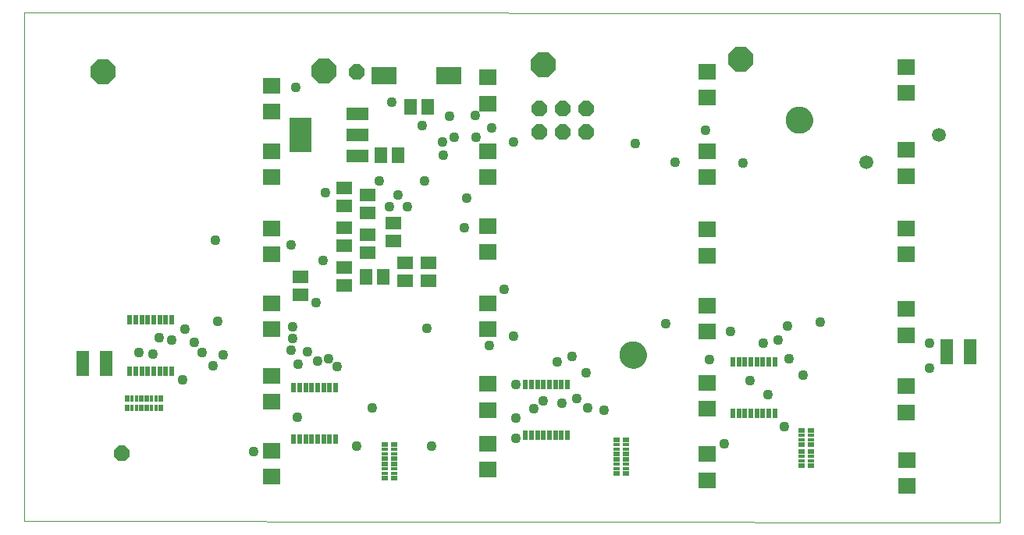
<source format=gts>
G75*
%MOIN*%
%OFA0B0*%
%FSLAX25Y25*%
%IPPOS*%
%LPD*%
%AMOC8*
5,1,8,0,0,1.08239X$1,22.5*
%
%ADD10C,0.00000*%
%ADD11R,0.05718X0.06506*%
%ADD12R,0.06506X0.05718*%
%ADD13OC8,0.06600*%
%ADD14R,0.07698X0.06899*%
%ADD15R,0.06899X0.05718*%
%ADD16R,0.01969X0.04331*%
%ADD17OC8,0.10600*%
%ADD18C,0.11624*%
%ADD19R,0.09400X0.05400*%
%ADD20R,0.09261X0.14773*%
%ADD21R,0.11033X0.07490*%
%ADD22R,0.05600X0.10600*%
%ADD23R,0.02569X0.02175*%
%ADD24R,0.02569X0.01781*%
%ADD25R,0.02175X0.02569*%
%ADD26R,0.01781X0.02569*%
%ADD27C,0.04362*%
%ADD28C,0.05915*%
D10*
X0001000Y0001500D02*
X0001000Y0218961D01*
X0417701Y0218461D01*
X0417701Y0001000D01*
X0001000Y0001500D01*
X0255488Y0072500D02*
X0255490Y0072648D01*
X0255496Y0072796D01*
X0255506Y0072944D01*
X0255520Y0073091D01*
X0255538Y0073238D01*
X0255559Y0073384D01*
X0255585Y0073530D01*
X0255615Y0073675D01*
X0255648Y0073819D01*
X0255686Y0073962D01*
X0255727Y0074104D01*
X0255772Y0074245D01*
X0255820Y0074385D01*
X0255873Y0074524D01*
X0255929Y0074661D01*
X0255989Y0074796D01*
X0256052Y0074930D01*
X0256119Y0075062D01*
X0256190Y0075192D01*
X0256264Y0075320D01*
X0256341Y0075446D01*
X0256422Y0075570D01*
X0256506Y0075692D01*
X0256593Y0075811D01*
X0256684Y0075928D01*
X0256778Y0076043D01*
X0256874Y0076155D01*
X0256974Y0076265D01*
X0257076Y0076371D01*
X0257182Y0076475D01*
X0257290Y0076576D01*
X0257401Y0076674D01*
X0257514Y0076770D01*
X0257630Y0076862D01*
X0257748Y0076951D01*
X0257869Y0077036D01*
X0257992Y0077119D01*
X0258117Y0077198D01*
X0258244Y0077274D01*
X0258373Y0077346D01*
X0258504Y0077415D01*
X0258637Y0077480D01*
X0258772Y0077541D01*
X0258908Y0077599D01*
X0259045Y0077654D01*
X0259184Y0077704D01*
X0259325Y0077751D01*
X0259466Y0077794D01*
X0259609Y0077834D01*
X0259753Y0077869D01*
X0259897Y0077901D01*
X0260043Y0077928D01*
X0260189Y0077952D01*
X0260336Y0077972D01*
X0260483Y0077988D01*
X0260630Y0078000D01*
X0260778Y0078008D01*
X0260926Y0078012D01*
X0261074Y0078012D01*
X0261222Y0078008D01*
X0261370Y0078000D01*
X0261517Y0077988D01*
X0261664Y0077972D01*
X0261811Y0077952D01*
X0261957Y0077928D01*
X0262103Y0077901D01*
X0262247Y0077869D01*
X0262391Y0077834D01*
X0262534Y0077794D01*
X0262675Y0077751D01*
X0262816Y0077704D01*
X0262955Y0077654D01*
X0263092Y0077599D01*
X0263228Y0077541D01*
X0263363Y0077480D01*
X0263496Y0077415D01*
X0263627Y0077346D01*
X0263756Y0077274D01*
X0263883Y0077198D01*
X0264008Y0077119D01*
X0264131Y0077036D01*
X0264252Y0076951D01*
X0264370Y0076862D01*
X0264486Y0076770D01*
X0264599Y0076674D01*
X0264710Y0076576D01*
X0264818Y0076475D01*
X0264924Y0076371D01*
X0265026Y0076265D01*
X0265126Y0076155D01*
X0265222Y0076043D01*
X0265316Y0075928D01*
X0265407Y0075811D01*
X0265494Y0075692D01*
X0265578Y0075570D01*
X0265659Y0075446D01*
X0265736Y0075320D01*
X0265810Y0075192D01*
X0265881Y0075062D01*
X0265948Y0074930D01*
X0266011Y0074796D01*
X0266071Y0074661D01*
X0266127Y0074524D01*
X0266180Y0074385D01*
X0266228Y0074245D01*
X0266273Y0074104D01*
X0266314Y0073962D01*
X0266352Y0073819D01*
X0266385Y0073675D01*
X0266415Y0073530D01*
X0266441Y0073384D01*
X0266462Y0073238D01*
X0266480Y0073091D01*
X0266494Y0072944D01*
X0266504Y0072796D01*
X0266510Y0072648D01*
X0266512Y0072500D01*
X0266510Y0072352D01*
X0266504Y0072204D01*
X0266494Y0072056D01*
X0266480Y0071909D01*
X0266462Y0071762D01*
X0266441Y0071616D01*
X0266415Y0071470D01*
X0266385Y0071325D01*
X0266352Y0071181D01*
X0266314Y0071038D01*
X0266273Y0070896D01*
X0266228Y0070755D01*
X0266180Y0070615D01*
X0266127Y0070476D01*
X0266071Y0070339D01*
X0266011Y0070204D01*
X0265948Y0070070D01*
X0265881Y0069938D01*
X0265810Y0069808D01*
X0265736Y0069680D01*
X0265659Y0069554D01*
X0265578Y0069430D01*
X0265494Y0069308D01*
X0265407Y0069189D01*
X0265316Y0069072D01*
X0265222Y0068957D01*
X0265126Y0068845D01*
X0265026Y0068735D01*
X0264924Y0068629D01*
X0264818Y0068525D01*
X0264710Y0068424D01*
X0264599Y0068326D01*
X0264486Y0068230D01*
X0264370Y0068138D01*
X0264252Y0068049D01*
X0264131Y0067964D01*
X0264008Y0067881D01*
X0263883Y0067802D01*
X0263756Y0067726D01*
X0263627Y0067654D01*
X0263496Y0067585D01*
X0263363Y0067520D01*
X0263228Y0067459D01*
X0263092Y0067401D01*
X0262955Y0067346D01*
X0262816Y0067296D01*
X0262675Y0067249D01*
X0262534Y0067206D01*
X0262391Y0067166D01*
X0262247Y0067131D01*
X0262103Y0067099D01*
X0261957Y0067072D01*
X0261811Y0067048D01*
X0261664Y0067028D01*
X0261517Y0067012D01*
X0261370Y0067000D01*
X0261222Y0066992D01*
X0261074Y0066988D01*
X0260926Y0066988D01*
X0260778Y0066992D01*
X0260630Y0067000D01*
X0260483Y0067012D01*
X0260336Y0067028D01*
X0260189Y0067048D01*
X0260043Y0067072D01*
X0259897Y0067099D01*
X0259753Y0067131D01*
X0259609Y0067166D01*
X0259466Y0067206D01*
X0259325Y0067249D01*
X0259184Y0067296D01*
X0259045Y0067346D01*
X0258908Y0067401D01*
X0258772Y0067459D01*
X0258637Y0067520D01*
X0258504Y0067585D01*
X0258373Y0067654D01*
X0258244Y0067726D01*
X0258117Y0067802D01*
X0257992Y0067881D01*
X0257869Y0067964D01*
X0257748Y0068049D01*
X0257630Y0068138D01*
X0257514Y0068230D01*
X0257401Y0068326D01*
X0257290Y0068424D01*
X0257182Y0068525D01*
X0257076Y0068629D01*
X0256974Y0068735D01*
X0256874Y0068845D01*
X0256778Y0068957D01*
X0256684Y0069072D01*
X0256593Y0069189D01*
X0256506Y0069308D01*
X0256422Y0069430D01*
X0256341Y0069554D01*
X0256264Y0069680D01*
X0256190Y0069808D01*
X0256119Y0069938D01*
X0256052Y0070070D01*
X0255989Y0070204D01*
X0255929Y0070339D01*
X0255873Y0070476D01*
X0255820Y0070615D01*
X0255772Y0070755D01*
X0255727Y0070896D01*
X0255686Y0071038D01*
X0255648Y0071181D01*
X0255615Y0071325D01*
X0255585Y0071470D01*
X0255559Y0071616D01*
X0255538Y0071762D01*
X0255520Y0071909D01*
X0255506Y0072056D01*
X0255496Y0072204D01*
X0255490Y0072352D01*
X0255488Y0072500D01*
X0326488Y0173000D02*
X0326490Y0173148D01*
X0326496Y0173296D01*
X0326506Y0173444D01*
X0326520Y0173591D01*
X0326538Y0173738D01*
X0326559Y0173884D01*
X0326585Y0174030D01*
X0326615Y0174175D01*
X0326648Y0174319D01*
X0326686Y0174462D01*
X0326727Y0174604D01*
X0326772Y0174745D01*
X0326820Y0174885D01*
X0326873Y0175024D01*
X0326929Y0175161D01*
X0326989Y0175296D01*
X0327052Y0175430D01*
X0327119Y0175562D01*
X0327190Y0175692D01*
X0327264Y0175820D01*
X0327341Y0175946D01*
X0327422Y0176070D01*
X0327506Y0176192D01*
X0327593Y0176311D01*
X0327684Y0176428D01*
X0327778Y0176543D01*
X0327874Y0176655D01*
X0327974Y0176765D01*
X0328076Y0176871D01*
X0328182Y0176975D01*
X0328290Y0177076D01*
X0328401Y0177174D01*
X0328514Y0177270D01*
X0328630Y0177362D01*
X0328748Y0177451D01*
X0328869Y0177536D01*
X0328992Y0177619D01*
X0329117Y0177698D01*
X0329244Y0177774D01*
X0329373Y0177846D01*
X0329504Y0177915D01*
X0329637Y0177980D01*
X0329772Y0178041D01*
X0329908Y0178099D01*
X0330045Y0178154D01*
X0330184Y0178204D01*
X0330325Y0178251D01*
X0330466Y0178294D01*
X0330609Y0178334D01*
X0330753Y0178369D01*
X0330897Y0178401D01*
X0331043Y0178428D01*
X0331189Y0178452D01*
X0331336Y0178472D01*
X0331483Y0178488D01*
X0331630Y0178500D01*
X0331778Y0178508D01*
X0331926Y0178512D01*
X0332074Y0178512D01*
X0332222Y0178508D01*
X0332370Y0178500D01*
X0332517Y0178488D01*
X0332664Y0178472D01*
X0332811Y0178452D01*
X0332957Y0178428D01*
X0333103Y0178401D01*
X0333247Y0178369D01*
X0333391Y0178334D01*
X0333534Y0178294D01*
X0333675Y0178251D01*
X0333816Y0178204D01*
X0333955Y0178154D01*
X0334092Y0178099D01*
X0334228Y0178041D01*
X0334363Y0177980D01*
X0334496Y0177915D01*
X0334627Y0177846D01*
X0334756Y0177774D01*
X0334883Y0177698D01*
X0335008Y0177619D01*
X0335131Y0177536D01*
X0335252Y0177451D01*
X0335370Y0177362D01*
X0335486Y0177270D01*
X0335599Y0177174D01*
X0335710Y0177076D01*
X0335818Y0176975D01*
X0335924Y0176871D01*
X0336026Y0176765D01*
X0336126Y0176655D01*
X0336222Y0176543D01*
X0336316Y0176428D01*
X0336407Y0176311D01*
X0336494Y0176192D01*
X0336578Y0176070D01*
X0336659Y0175946D01*
X0336736Y0175820D01*
X0336810Y0175692D01*
X0336881Y0175562D01*
X0336948Y0175430D01*
X0337011Y0175296D01*
X0337071Y0175161D01*
X0337127Y0175024D01*
X0337180Y0174885D01*
X0337228Y0174745D01*
X0337273Y0174604D01*
X0337314Y0174462D01*
X0337352Y0174319D01*
X0337385Y0174175D01*
X0337415Y0174030D01*
X0337441Y0173884D01*
X0337462Y0173738D01*
X0337480Y0173591D01*
X0337494Y0173444D01*
X0337504Y0173296D01*
X0337510Y0173148D01*
X0337512Y0173000D01*
X0337510Y0172852D01*
X0337504Y0172704D01*
X0337494Y0172556D01*
X0337480Y0172409D01*
X0337462Y0172262D01*
X0337441Y0172116D01*
X0337415Y0171970D01*
X0337385Y0171825D01*
X0337352Y0171681D01*
X0337314Y0171538D01*
X0337273Y0171396D01*
X0337228Y0171255D01*
X0337180Y0171115D01*
X0337127Y0170976D01*
X0337071Y0170839D01*
X0337011Y0170704D01*
X0336948Y0170570D01*
X0336881Y0170438D01*
X0336810Y0170308D01*
X0336736Y0170180D01*
X0336659Y0170054D01*
X0336578Y0169930D01*
X0336494Y0169808D01*
X0336407Y0169689D01*
X0336316Y0169572D01*
X0336222Y0169457D01*
X0336126Y0169345D01*
X0336026Y0169235D01*
X0335924Y0169129D01*
X0335818Y0169025D01*
X0335710Y0168924D01*
X0335599Y0168826D01*
X0335486Y0168730D01*
X0335370Y0168638D01*
X0335252Y0168549D01*
X0335131Y0168464D01*
X0335008Y0168381D01*
X0334883Y0168302D01*
X0334756Y0168226D01*
X0334627Y0168154D01*
X0334496Y0168085D01*
X0334363Y0168020D01*
X0334228Y0167959D01*
X0334092Y0167901D01*
X0333955Y0167846D01*
X0333816Y0167796D01*
X0333675Y0167749D01*
X0333534Y0167706D01*
X0333391Y0167666D01*
X0333247Y0167631D01*
X0333103Y0167599D01*
X0332957Y0167572D01*
X0332811Y0167548D01*
X0332664Y0167528D01*
X0332517Y0167512D01*
X0332370Y0167500D01*
X0332222Y0167492D01*
X0332074Y0167488D01*
X0331926Y0167488D01*
X0331778Y0167492D01*
X0331630Y0167500D01*
X0331483Y0167512D01*
X0331336Y0167528D01*
X0331189Y0167548D01*
X0331043Y0167572D01*
X0330897Y0167599D01*
X0330753Y0167631D01*
X0330609Y0167666D01*
X0330466Y0167706D01*
X0330325Y0167749D01*
X0330184Y0167796D01*
X0330045Y0167846D01*
X0329908Y0167901D01*
X0329772Y0167959D01*
X0329637Y0168020D01*
X0329504Y0168085D01*
X0329373Y0168154D01*
X0329244Y0168226D01*
X0329117Y0168302D01*
X0328992Y0168381D01*
X0328869Y0168464D01*
X0328748Y0168549D01*
X0328630Y0168638D01*
X0328514Y0168730D01*
X0328401Y0168826D01*
X0328290Y0168924D01*
X0328182Y0169025D01*
X0328076Y0169129D01*
X0327974Y0169235D01*
X0327874Y0169345D01*
X0327778Y0169457D01*
X0327684Y0169572D01*
X0327593Y0169689D01*
X0327506Y0169808D01*
X0327422Y0169930D01*
X0327341Y0170054D01*
X0327264Y0170180D01*
X0327190Y0170308D01*
X0327119Y0170438D01*
X0327052Y0170570D01*
X0326989Y0170704D01*
X0326929Y0170839D01*
X0326873Y0170976D01*
X0326820Y0171115D01*
X0326772Y0171255D01*
X0326727Y0171396D01*
X0326686Y0171538D01*
X0326648Y0171681D01*
X0326615Y0171825D01*
X0326585Y0171970D01*
X0326559Y0172116D01*
X0326538Y0172262D01*
X0326520Y0172409D01*
X0326506Y0172556D01*
X0326496Y0172704D01*
X0326490Y0172852D01*
X0326488Y0173000D01*
D11*
X0173240Y0178500D03*
X0165760Y0178500D03*
X0160740Y0158000D03*
X0153260Y0158000D03*
X0154240Y0106000D03*
X0146760Y0106000D03*
D12*
X0137500Y0102260D03*
X0137500Y0109740D03*
X0147500Y0116260D03*
X0137500Y0119260D03*
X0137500Y0126740D03*
X0147500Y0123740D03*
X0158500Y0121260D03*
X0158500Y0128740D03*
X0147500Y0133260D03*
X0147500Y0140740D03*
X0137500Y0143740D03*
X0137500Y0136260D03*
X0119000Y0105858D03*
X0119000Y0098378D03*
D13*
X0042500Y0030500D03*
X0221000Y0168000D03*
X0231000Y0168000D03*
X0241000Y0168000D03*
X0241000Y0178000D03*
X0231000Y0178000D03*
X0221000Y0178000D03*
X0143000Y0193500D03*
D14*
X0106500Y0187598D03*
X0106500Y0176402D03*
X0106500Y0159598D03*
X0106500Y0148402D03*
X0106500Y0126598D03*
X0106500Y0115402D03*
X0106500Y0094598D03*
X0106500Y0083402D03*
X0106500Y0063598D03*
X0106500Y0052402D03*
X0106500Y0031598D03*
X0106500Y0020402D03*
X0199000Y0023402D03*
X0199000Y0034598D03*
X0199000Y0048902D03*
X0199000Y0060098D03*
X0199000Y0083402D03*
X0199000Y0094598D03*
X0199000Y0116402D03*
X0199000Y0127598D03*
X0199000Y0148402D03*
X0199000Y0159598D03*
X0199000Y0179902D03*
X0199000Y0191098D03*
X0292500Y0193598D03*
X0292500Y0182402D03*
X0292500Y0159598D03*
X0292500Y0148402D03*
X0292500Y0126098D03*
X0292500Y0114902D03*
X0292500Y0093598D03*
X0292500Y0082402D03*
X0292500Y0060598D03*
X0292500Y0049402D03*
X0292500Y0030098D03*
X0292500Y0018902D03*
X0378000Y0016402D03*
X0378000Y0027598D03*
X0377500Y0047902D03*
X0377500Y0059098D03*
X0377500Y0080902D03*
X0377500Y0092098D03*
X0377500Y0115402D03*
X0377500Y0126598D03*
X0377500Y0148902D03*
X0377500Y0160098D03*
X0377500Y0184402D03*
X0377500Y0195598D03*
D15*
X0173500Y0111740D03*
X0163500Y0111740D03*
X0163500Y0104260D03*
X0173500Y0104260D03*
D16*
X0215043Y0059925D03*
X0217602Y0059925D03*
X0220161Y0059925D03*
X0222720Y0059925D03*
X0225280Y0059925D03*
X0227839Y0059925D03*
X0230398Y0059925D03*
X0232957Y0059925D03*
X0232957Y0038075D03*
X0230398Y0038075D03*
X0227839Y0038075D03*
X0225280Y0038075D03*
X0222720Y0038075D03*
X0220161Y0038075D03*
X0217602Y0038075D03*
X0215043Y0038075D03*
X0133957Y0036575D03*
X0131398Y0036575D03*
X0128839Y0036575D03*
X0126280Y0036575D03*
X0123720Y0036575D03*
X0121161Y0036575D03*
X0118602Y0036575D03*
X0116043Y0036575D03*
X0116043Y0058425D03*
X0118602Y0058425D03*
X0121161Y0058425D03*
X0123720Y0058425D03*
X0126280Y0058425D03*
X0128839Y0058425D03*
X0131398Y0058425D03*
X0133957Y0058425D03*
X0063957Y0065575D03*
X0061398Y0065575D03*
X0058839Y0065575D03*
X0056280Y0065575D03*
X0053720Y0065575D03*
X0051161Y0065575D03*
X0048602Y0065575D03*
X0046043Y0065575D03*
X0046043Y0087425D03*
X0048602Y0087425D03*
X0051161Y0087425D03*
X0053720Y0087425D03*
X0056280Y0087425D03*
X0058839Y0087425D03*
X0061398Y0087425D03*
X0063957Y0087425D03*
X0303543Y0069425D03*
X0306102Y0069425D03*
X0308661Y0069425D03*
X0311220Y0069425D03*
X0313780Y0069425D03*
X0316339Y0069425D03*
X0318898Y0069425D03*
X0321457Y0069425D03*
X0321457Y0047575D03*
X0318898Y0047575D03*
X0316339Y0047575D03*
X0313780Y0047575D03*
X0311220Y0047575D03*
X0308661Y0047575D03*
X0306102Y0047575D03*
X0303543Y0047575D03*
D17*
X0034500Y0193500D03*
X0129000Y0194000D03*
X0222500Y0196500D03*
X0307000Y0199000D03*
D18*
X0332000Y0173000D03*
X0261000Y0072500D03*
D19*
X0143200Y0157400D03*
X0143200Y0166500D03*
X0143200Y0175600D03*
D20*
X0118799Y0166500D03*
D21*
X0154720Y0192000D03*
X0182083Y0192000D03*
D22*
X0395000Y0074000D03*
X0405000Y0074000D03*
X0036000Y0069000D03*
X0026000Y0069000D03*
D23*
X0155031Y0034256D03*
X0158969Y0034256D03*
X0158969Y0028350D03*
X0158969Y0025756D03*
X0155031Y0025756D03*
X0155031Y0028350D03*
X0155031Y0019850D03*
X0158969Y0019850D03*
X0254031Y0021850D03*
X0257969Y0021850D03*
X0257969Y0027756D03*
X0257969Y0030350D03*
X0254031Y0030350D03*
X0254031Y0027756D03*
X0254031Y0036256D03*
X0257969Y0036256D03*
X0333031Y0034350D03*
X0333031Y0031256D03*
X0336969Y0031256D03*
X0336969Y0034350D03*
X0336969Y0040256D03*
X0333031Y0040256D03*
X0333031Y0025350D03*
X0336969Y0025350D03*
D24*
X0336969Y0027319D03*
X0336969Y0029287D03*
X0333031Y0029287D03*
X0333031Y0027319D03*
X0333031Y0036319D03*
X0333031Y0038287D03*
X0336969Y0038287D03*
X0336969Y0036319D03*
X0257969Y0034287D03*
X0257969Y0032319D03*
X0254031Y0032319D03*
X0254031Y0034287D03*
X0254031Y0025787D03*
X0254031Y0023819D03*
X0257969Y0023819D03*
X0257969Y0025787D03*
X0158969Y0023787D03*
X0158969Y0021819D03*
X0155031Y0021819D03*
X0155031Y0023787D03*
X0155031Y0030319D03*
X0155031Y0032287D03*
X0158969Y0032287D03*
X0158969Y0030319D03*
D25*
X0059256Y0050031D03*
X0059256Y0053969D03*
X0053350Y0053969D03*
X0050756Y0053969D03*
X0050756Y0050031D03*
X0053350Y0050031D03*
X0044850Y0050031D03*
X0044850Y0053969D03*
D26*
X0046819Y0053969D03*
X0048787Y0053969D03*
X0048787Y0050031D03*
X0046819Y0050031D03*
X0055319Y0050031D03*
X0057287Y0050031D03*
X0057287Y0053969D03*
X0055319Y0053969D03*
D27*
X0068500Y0062000D03*
X0081500Y0068000D03*
X0086000Y0072500D03*
X0077000Y0073500D03*
X0073500Y0078000D03*
X0069500Y0083500D03*
X0064000Y0079000D03*
X0058500Y0080000D03*
X0056000Y0073000D03*
X0050000Y0073500D03*
X0083500Y0087000D03*
X0115500Y0084500D03*
X0115500Y0079500D03*
X0115000Y0074500D03*
X0118000Y0068500D03*
X0122000Y0074000D03*
X0126280Y0070000D03*
X0131000Y0071000D03*
X0134500Y0067500D03*
X0149740Y0050000D03*
X0143000Y0033500D03*
X0117500Y0046000D03*
X0099000Y0031098D03*
X0175000Y0033500D03*
X0211000Y0037000D03*
X0211000Y0045500D03*
X0218500Y0049500D03*
X0222500Y0053000D03*
X0230500Y0052000D03*
X0237000Y0054000D03*
X0241500Y0050000D03*
X0248500Y0049000D03*
X0241000Y0065000D03*
X0235000Y0072000D03*
X0228500Y0069500D03*
X0211000Y0060000D03*
X0199500Y0076500D03*
X0210000Y0080500D03*
X0206000Y0100500D03*
X0173000Y0084000D03*
X0125500Y0095000D03*
X0128500Y0113000D03*
X0115000Y0119500D03*
X0082500Y0121500D03*
X0129500Y0142000D03*
X0152500Y0147000D03*
X0160500Y0141000D03*
X0157000Y0136000D03*
X0164500Y0136000D03*
X0172000Y0147000D03*
X0190000Y0139500D03*
X0189000Y0127000D03*
X0180000Y0158000D03*
X0179500Y0163500D03*
X0184500Y0165500D03*
X0194000Y0165500D03*
X0200500Y0169500D03*
X0193500Y0175000D03*
X0182500Y0174500D03*
X0171000Y0170500D03*
X0158000Y0180500D03*
X0117000Y0187000D03*
X0210000Y0163500D03*
X0262000Y0163000D03*
X0279000Y0155000D03*
X0292000Y0168500D03*
X0308000Y0154500D03*
X0341000Y0086500D03*
X0327000Y0085000D03*
X0323000Y0079000D03*
X0316500Y0077500D03*
X0327500Y0071000D03*
X0333500Y0064000D03*
X0318500Y0055500D03*
X0311000Y0061500D03*
X0293500Y0070500D03*
X0302500Y0082500D03*
X0275000Y0086000D03*
X0325500Y0042000D03*
X0300000Y0034500D03*
X0387500Y0067000D03*
X0387500Y0077500D03*
D28*
X0360500Y0155000D03*
X0391500Y0166500D03*
M02*

</source>
